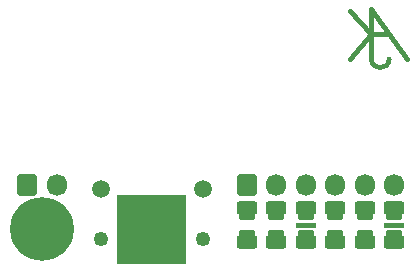
<source format=gbr>
%TF.GenerationSoftware,KiCad,Pcbnew,(6.0.2-0)*%
%TF.CreationDate,2022-03-06T08:12:54+00:00*%
%TF.ProjectId,Glider,476c6964-6572-42e6-9b69-6361645f7063,1*%
%TF.SameCoordinates,Original*%
%TF.FileFunction,Soldermask,Bot*%
%TF.FilePolarity,Negative*%
%FSLAX46Y46*%
G04 Gerber Fmt 4.6, Leading zero omitted, Abs format (unit mm)*
G04 Created by KiCad (PCBNEW (6.0.2-0)) date 2022-03-06 08:12:54*
%MOMM*%
%LPD*%
G01*
G04 APERTURE LIST*
G04 Aperture macros list*
%AMRoundRect*
0 Rectangle with rounded corners*
0 $1 Rounding radius*
0 $2 $3 $4 $5 $6 $7 $8 $9 X,Y pos of 4 corners*
0 Add a 4 corners polygon primitive as box body*
4,1,4,$2,$3,$4,$5,$6,$7,$8,$9,$2,$3,0*
0 Add four circle primitives for the rounded corners*
1,1,$1+$1,$2,$3*
1,1,$1+$1,$4,$5*
1,1,$1+$1,$6,$7*
1,1,$1+$1,$8,$9*
0 Add four rect primitives between the rounded corners*
20,1,$1+$1,$2,$3,$4,$5,0*
20,1,$1+$1,$4,$5,$6,$7,0*
20,1,$1+$1,$6,$7,$8,$9,0*
20,1,$1+$1,$8,$9,$2,$3,0*%
G04 Aperture macros list end*
%ADD10C,0.450000*%
%ADD11C,1.500000*%
%ADD12C,1.250000*%
%ADD13RoundRect,0.250000X-0.600000X-0.675000X0.600000X-0.675000X0.600000X0.675000X-0.600000X0.675000X0*%
%ADD14O,1.700000X1.850000*%
%ADD15C,5.400000*%
%ADD16RoundRect,0.256250X-0.443750X0.256250X-0.443750X-0.256250X0.443750X-0.256250X0.443750X0.256250X0*%
%ADD17RoundRect,0.247500X-0.627500X0.315000X-0.627500X-0.315000X0.627500X-0.315000X0.627500X0.315000X0*%
%ADD18RoundRect,0.247500X0.627500X-0.315000X0.627500X0.315000X-0.627500X0.315000X-0.627500X-0.315000X0*%
%ADD19RoundRect,0.256250X0.443750X-0.256250X0.443750X0.256250X-0.443750X0.256250X-0.443750X-0.256250X0*%
G04 APERTURE END LIST*
%TO.C,U5*%
G36*
X99950000Y-142300000D02*
G01*
X94150000Y-142300000D01*
X94150000Y-136500000D01*
X99950000Y-136500000D01*
X99950000Y-142300000D01*
G37*
%TO.C,JP6*%
G36*
X110950000Y-139250000D02*
G01*
X109250000Y-139250000D01*
X109250000Y-138850000D01*
X110950000Y-138850000D01*
X110950000Y-139250000D01*
G37*
D10*
%TO.C,Logo2*%
X115650000Y-122875000D02*
X113850000Y-124975000D01*
X115650000Y-122875000D02*
X117150000Y-122875000D01*
X115650000Y-120775000D02*
X118650000Y-124975000D01*
X115650000Y-120775000D02*
X115650000Y-124975000D01*
X113850000Y-120875000D02*
X115650000Y-122875000D01*
X115650000Y-124975000D02*
G75*
G03*
X117150000Y-124975000I750000J0D01*
G01*
%TO.C,JP5*%
G36*
X118450000Y-139250000D02*
G01*
X116750000Y-139250000D01*
X116750000Y-138850000D01*
X118450000Y-138850000D01*
X118450000Y-139250000D01*
G37*
%TD*%
D11*
%TO.C,J3*%
X101370000Y-136020000D03*
X92730000Y-136020000D03*
D12*
X101370000Y-140190000D03*
X92730000Y-140190000D03*
%TD*%
D13*
%TO.C,J2*%
X105100000Y-135650000D03*
D14*
X107600000Y-135650000D03*
X110100000Y-135650000D03*
X112600000Y-135650000D03*
X115100000Y-135650000D03*
X117600000Y-135650000D03*
%TD*%
D13*
%TO.C,J1*%
X86500000Y-135650000D03*
D14*
X89000000Y-135650000D03*
%TD*%
D15*
%TO.C,Logo1*%
X87750000Y-139400000D03*
%TD*%
D16*
%TO.C,JP6*%
X110100000Y-138137500D03*
D17*
X110100000Y-137587500D03*
X110100000Y-140512500D03*
D16*
X110100000Y-139962500D03*
%TD*%
D18*
%TO.C,JP4*%
X105100000Y-140512500D03*
D19*
X105100000Y-139962500D03*
D18*
X105100000Y-137587500D03*
D19*
X105100000Y-138137500D03*
%TD*%
D18*
%TO.C,JP3*%
X107600000Y-140512500D03*
D19*
X107600000Y-139962500D03*
X107600000Y-138137500D03*
D18*
X107600000Y-137587500D03*
%TD*%
D19*
%TO.C,JP2*%
X112600000Y-139962500D03*
D18*
X112600000Y-140512500D03*
D19*
X112600000Y-138137500D03*
D18*
X112600000Y-137587500D03*
%TD*%
%TO.C,JP1*%
X115100000Y-140512500D03*
D19*
X115100000Y-139962500D03*
X115100000Y-138137500D03*
D18*
X115100000Y-137587500D03*
%TD*%
D16*
%TO.C,JP5*%
X117600000Y-138137500D03*
D17*
X117600000Y-137587500D03*
D16*
X117600000Y-139962500D03*
D17*
X117600000Y-140512500D03*
%TD*%
M02*

</source>
